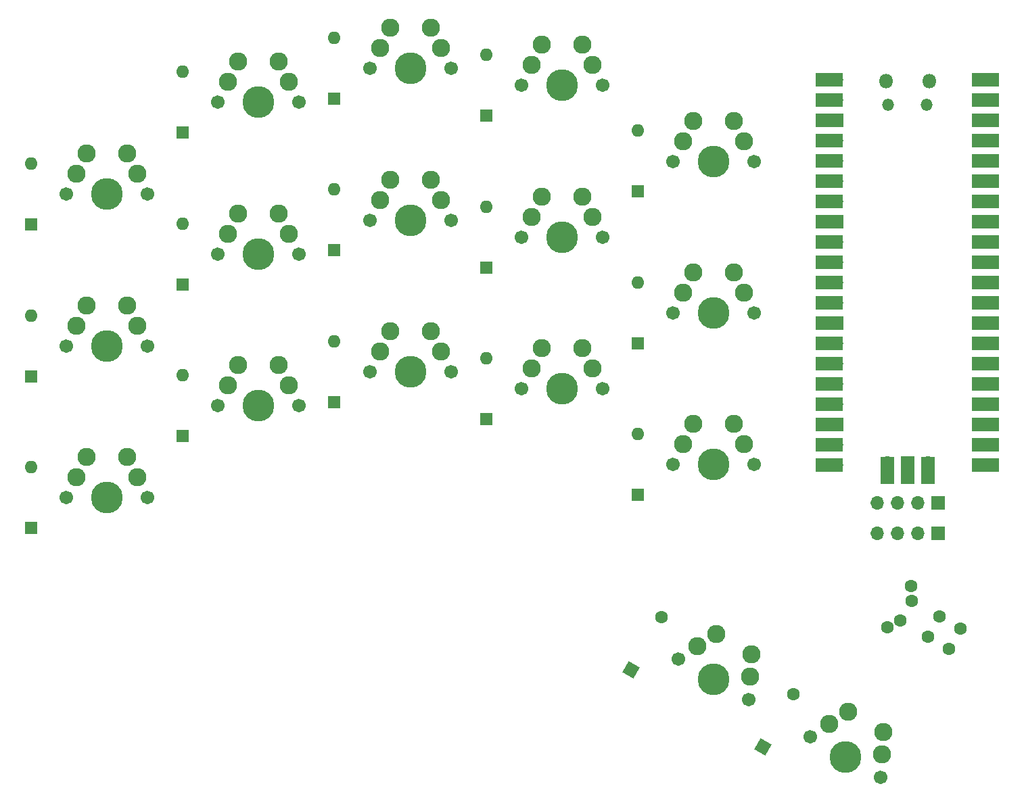
<source format=gts>
G04 #@! TF.GenerationSoftware,KiCad,Pcbnew,7.0.10*
G04 #@! TF.CreationDate,2024-01-12T14:44:59+00:00*
G04 #@! TF.ProjectId,eobard,656f6261-7264-42e6-9b69-6361645f7063,0.2.7*
G04 #@! TF.SameCoordinates,Original*
G04 #@! TF.FileFunction,Soldermask,Top*
G04 #@! TF.FilePolarity,Negative*
%FSLAX46Y46*%
G04 Gerber Fmt 4.6, Leading zero omitted, Abs format (unit mm)*
G04 Created by KiCad (PCBNEW 7.0.10) date 2024-01-12 14:44:59*
%MOMM*%
%LPD*%
G01*
G04 APERTURE LIST*
G04 Aperture macros list*
%AMHorizOval*
0 Thick line with rounded ends*
0 $1 width*
0 $2 $3 position (X,Y) of the first rounded end (center of the circle)*
0 $4 $5 position (X,Y) of the second rounded end (center of the circle)*
0 Add line between two ends*
20,1,$1,$2,$3,$4,$5,0*
0 Add two circle primitives to create the rounded ends*
1,1,$1,$2,$3*
1,1,$1,$4,$5*%
%AMRotRect*
0 Rectangle, with rotation*
0 The origin of the aperture is its center*
0 $1 length*
0 $2 width*
0 $3 Rotation angle, in degrees counterclockwise*
0 Add horizontal line*
21,1,$1,$2,0,0,$3*%
G04 Aperture macros list end*
%ADD10R,1.600000X1.600000*%
%ADD11O,1.600000X1.600000*%
%ADD12C,1.701800*%
%ADD13C,3.987800*%
%ADD14C,2.286000*%
%ADD15R,1.700000X1.700000*%
%ADD16O,1.700000X1.700000*%
%ADD17O,1.800000X1.800000*%
%ADD18O,1.500000X1.500000*%
%ADD19R,3.500000X1.700000*%
%ADD20R,1.700000X3.500000*%
%ADD21C,1.600000*%
%ADD22RotRect,1.600000X1.600000X60.000000*%
%ADD23HorizOval,1.600000X0.000000X0.000000X0.000000X0.000000X0*%
G04 APERTURE END LIST*
D10*
X157000000Y-82870000D03*
D11*
X157000000Y-75250000D03*
D10*
X138000000Y-92370000D03*
D11*
X138000000Y-84750000D03*
D12*
X104420000Y-52695000D03*
D13*
X109500000Y-52695000D03*
D12*
X114580000Y-52695000D03*
D14*
X105690000Y-50155000D03*
X106960000Y-47615000D03*
X112040000Y-47615000D03*
X113310000Y-50155000D03*
D12*
X123420000Y-67445000D03*
D13*
X128500000Y-67445000D03*
D12*
X133580000Y-67445000D03*
D14*
X124690000Y-64905000D03*
X125960000Y-62365000D03*
X131040000Y-62365000D03*
X132310000Y-64905000D03*
D12*
X104420000Y-71695000D03*
D13*
X109500000Y-71695000D03*
D12*
X114580000Y-71695000D03*
D14*
X105690000Y-69155000D03*
X106960000Y-66615000D03*
X112040000Y-66615000D03*
X113310000Y-69155000D03*
D12*
X161420000Y-98070000D03*
D13*
X166500000Y-98070000D03*
D12*
X171580000Y-98070000D03*
D14*
X162690000Y-95530000D03*
X163960000Y-92990000D03*
X169040000Y-92990000D03*
X170310000Y-95530000D03*
D12*
X142420000Y-88570000D03*
D13*
X147500000Y-88570000D03*
D12*
X152580000Y-88570000D03*
D14*
X143690000Y-86030000D03*
X144960000Y-83490000D03*
X150040000Y-83490000D03*
X151310000Y-86030000D03*
D10*
X119000000Y-71245000D03*
D11*
X119000000Y-63625000D03*
D10*
X100000000Y-56495000D03*
D11*
X100000000Y-48875000D03*
D12*
X142420000Y-50570000D03*
D13*
X147500000Y-50570000D03*
D12*
X152580000Y-50570000D03*
D14*
X143690000Y-48030000D03*
X144960000Y-45490000D03*
X150040000Y-45490000D03*
X151310000Y-48030000D03*
D12*
X142420000Y-69570000D03*
D13*
X147500000Y-69570000D03*
D12*
X152580000Y-69570000D03*
D14*
X143690000Y-67030000D03*
X144960000Y-64490000D03*
X150040000Y-64490000D03*
X151310000Y-67030000D03*
D10*
X119000000Y-90245000D03*
D11*
X119000000Y-82625000D03*
D10*
X138000000Y-54370000D03*
D11*
X138000000Y-46750000D03*
D15*
X194554000Y-102870000D03*
D16*
X192014000Y-102870000D03*
X189474000Y-102870000D03*
X186934000Y-102870000D03*
D12*
X178576591Y-132133000D03*
D13*
X182976000Y-134673000D03*
D12*
X187375409Y-137213000D03*
D14*
X180946443Y-130568295D03*
X183316295Y-129003591D03*
X187715705Y-131543591D03*
X187545557Y-134378295D03*
D12*
X85420000Y-64195000D03*
D13*
X90500000Y-64195000D03*
D12*
X95580000Y-64195000D03*
D14*
X86690000Y-61655000D03*
X87960000Y-59115000D03*
X93040000Y-59115000D03*
X94310000Y-61655000D03*
D17*
X188029000Y-50000000D03*
D18*
X188329000Y-53030000D03*
X193179000Y-53030000D03*
D17*
X193479000Y-50000000D03*
D16*
X181864000Y-49870000D03*
D19*
X180964000Y-49870000D03*
D16*
X181864000Y-52410000D03*
D19*
X180964000Y-52410000D03*
D15*
X181864000Y-54950000D03*
D19*
X180964000Y-54950000D03*
D16*
X181864000Y-57490000D03*
D19*
X180964000Y-57490000D03*
D16*
X181864000Y-60030000D03*
D19*
X180964000Y-60030000D03*
D16*
X181864000Y-62570000D03*
D19*
X180964000Y-62570000D03*
D16*
X181864000Y-65110000D03*
D19*
X180964000Y-65110000D03*
D15*
X181864000Y-67650000D03*
D19*
X180964000Y-67650000D03*
D16*
X181864000Y-70190000D03*
D19*
X180964000Y-70190000D03*
D16*
X181864000Y-72730000D03*
D19*
X180964000Y-72730000D03*
D16*
X181864000Y-75270000D03*
D19*
X180964000Y-75270000D03*
D16*
X181864000Y-77810000D03*
D19*
X180964000Y-77810000D03*
D15*
X181864000Y-80350000D03*
D19*
X180964000Y-80350000D03*
D16*
X181864000Y-82890000D03*
D19*
X180964000Y-82890000D03*
D16*
X181864000Y-85430000D03*
D19*
X180964000Y-85430000D03*
D16*
X181864000Y-87970000D03*
D19*
X180964000Y-87970000D03*
D16*
X181864000Y-90510000D03*
D19*
X180964000Y-90510000D03*
D15*
X181864000Y-93050000D03*
D19*
X180964000Y-93050000D03*
D16*
X181864000Y-95590000D03*
D19*
X180964000Y-95590000D03*
D16*
X181864000Y-98130000D03*
D19*
X180964000Y-98130000D03*
D16*
X199644000Y-98130000D03*
D19*
X200544000Y-98130000D03*
D16*
X199644000Y-95590000D03*
D19*
X200544000Y-95590000D03*
D15*
X199644000Y-93050000D03*
D19*
X200544000Y-93050000D03*
D16*
X199644000Y-90510000D03*
D19*
X200544000Y-90510000D03*
D16*
X199644000Y-87970000D03*
D19*
X200544000Y-87970000D03*
D16*
X199644000Y-85430000D03*
D19*
X200544000Y-85430000D03*
D16*
X199644000Y-82890000D03*
D19*
X200544000Y-82890000D03*
D15*
X199644000Y-80350000D03*
D19*
X200544000Y-80350000D03*
D16*
X199644000Y-77810000D03*
D19*
X200544000Y-77810000D03*
D16*
X199644000Y-75270000D03*
D19*
X200544000Y-75270000D03*
D16*
X199644000Y-72730000D03*
D19*
X200544000Y-72730000D03*
D16*
X199644000Y-70190000D03*
D19*
X200544000Y-70190000D03*
D15*
X199644000Y-67650000D03*
D19*
X200544000Y-67650000D03*
D16*
X199644000Y-65110000D03*
D19*
X200544000Y-65110000D03*
D16*
X199644000Y-62570000D03*
D19*
X200544000Y-62570000D03*
D16*
X199644000Y-60030000D03*
D19*
X200544000Y-60030000D03*
D16*
X199644000Y-57490000D03*
D19*
X200544000Y-57490000D03*
D15*
X199644000Y-54950000D03*
D19*
X200544000Y-54950000D03*
D16*
X199644000Y-52410000D03*
D19*
X200544000Y-52410000D03*
D16*
X199644000Y-49870000D03*
D19*
X200544000Y-49870000D03*
D16*
X188214000Y-97900000D03*
D20*
X188214000Y-98800000D03*
D15*
X190754000Y-97900000D03*
D20*
X190754000Y-98800000D03*
D16*
X193294000Y-97900000D03*
D20*
X193294000Y-98800000D03*
D10*
X119000000Y-52245000D03*
D11*
X119000000Y-44625000D03*
D12*
X85420000Y-83195000D03*
D13*
X90500000Y-83195000D03*
D12*
X95580000Y-83195000D03*
D14*
X86690000Y-80655000D03*
X87960000Y-78115000D03*
X93040000Y-78115000D03*
X94310000Y-80655000D03*
D12*
X104420000Y-90695000D03*
D13*
X109500000Y-90695000D03*
D12*
X114580000Y-90695000D03*
D14*
X105690000Y-88155000D03*
X106960000Y-85615000D03*
X112040000Y-85615000D03*
X113310000Y-88155000D03*
D12*
X161420000Y-79070000D03*
D13*
X166500000Y-79070000D03*
D12*
X171580000Y-79070000D03*
D14*
X162690000Y-76530000D03*
X163960000Y-73990000D03*
X169040000Y-73990000D03*
X170310000Y-76530000D03*
D10*
X81000000Y-67995000D03*
D11*
X81000000Y-60375000D03*
D10*
X81000000Y-86995000D03*
D11*
X81000000Y-79375000D03*
D12*
X123420000Y-86445000D03*
D13*
X128500000Y-86445000D03*
D12*
X133580000Y-86445000D03*
D14*
X124690000Y-83905000D03*
X125960000Y-81365000D03*
X131040000Y-81365000D03*
X132310000Y-83905000D03*
D10*
X100000000Y-75495000D03*
D11*
X100000000Y-67875000D03*
D21*
X193309924Y-119628000D03*
X189845822Y-117628000D03*
X195908000Y-121128000D03*
X191179797Y-113317488D03*
D10*
X157000000Y-101870000D03*
D11*
X157000000Y-94250000D03*
D10*
X138000000Y-73370000D03*
D11*
X138000000Y-65750000D03*
D12*
X162100591Y-122400000D03*
D13*
X166500000Y-124940000D03*
D12*
X170899409Y-127480000D03*
D14*
X164470443Y-120835295D03*
X166840295Y-119270591D03*
X171239705Y-121810591D03*
X171069557Y-124645295D03*
D10*
X157000000Y-82870000D03*
D11*
X157000000Y-75250000D03*
D10*
X81000000Y-105995000D03*
D11*
X81000000Y-98375000D03*
D12*
X85420000Y-102195000D03*
D13*
X90500000Y-102195000D03*
D12*
X95580000Y-102195000D03*
D14*
X86690000Y-99655000D03*
X87960000Y-97115000D03*
X93040000Y-97115000D03*
X94310000Y-99655000D03*
D10*
X157000000Y-63870000D03*
D11*
X157000000Y-56250000D03*
D12*
X123420000Y-48445000D03*
D13*
X128500000Y-48445000D03*
D12*
X133580000Y-48445000D03*
D14*
X124690000Y-45905000D03*
X125960000Y-43365000D03*
X131040000Y-43365000D03*
X132310000Y-45905000D03*
D10*
X100000000Y-94495000D03*
D11*
X100000000Y-86875000D03*
D22*
X172689000Y-133400557D03*
D23*
X176499000Y-126801443D03*
D22*
X156179000Y-123748557D03*
D23*
X159989000Y-117149443D03*
D12*
X161420000Y-60070000D03*
D13*
X166500000Y-60070000D03*
D12*
X171580000Y-60070000D03*
D14*
X162690000Y-57530000D03*
X163960000Y-54990000D03*
X169040000Y-54990000D03*
X170310000Y-57530000D03*
D10*
X138000000Y-73370000D03*
D11*
X138000000Y-65750000D03*
D22*
X172689000Y-133400557D03*
D23*
X176499000Y-126801443D03*
D10*
X157000000Y-63870000D03*
D11*
X157000000Y-56250000D03*
D22*
X156179000Y-123748557D03*
D23*
X159989000Y-117149443D03*
D10*
X81000000Y-67995000D03*
D11*
X81000000Y-60375000D03*
D10*
X119000000Y-52245000D03*
D11*
X119000000Y-44625000D03*
D10*
X81000000Y-105995000D03*
D11*
X81000000Y-98375000D03*
D10*
X100000000Y-75495000D03*
D11*
X100000000Y-67875000D03*
D10*
X138000000Y-54370000D03*
D11*
X138000000Y-46750000D03*
D10*
X119000000Y-90245000D03*
D11*
X119000000Y-82625000D03*
D10*
X81000000Y-86995000D03*
D11*
X81000000Y-79375000D03*
D15*
X194564000Y-106680000D03*
D16*
X192024000Y-106680000D03*
X189484000Y-106680000D03*
X186944000Y-106680000D03*
D10*
X157000000Y-101870000D03*
D11*
X157000000Y-94250000D03*
D10*
X100000000Y-56495000D03*
D11*
X100000000Y-48875000D03*
D10*
X138000000Y-92370000D03*
D11*
X138000000Y-84750000D03*
D10*
X119000000Y-71245000D03*
D11*
X119000000Y-63625000D03*
D10*
X100000000Y-94495000D03*
D11*
X100000000Y-86875000D03*
D21*
X194759924Y-117118000D03*
X191295822Y-115118000D03*
X197358000Y-118618000D03*
X188229797Y-118428512D03*
M02*

</source>
